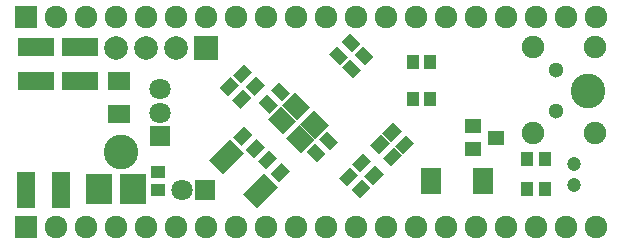
<source format=gbs>
G04 #@! TF.FileFunction,Soldermask,Bot*
%FSLAX46Y46*%
G04 Gerber Fmt 4.6, Leading zero omitted, Abs format (unit mm)*
G04 Created by KiCad (PCBNEW 4.0.7) date 06/12/18 13:46:57*
%MOMM*%
%LPD*%
G01*
G04 APERTURE LIST*
%ADD10C,0.100000*%
%ADD11R,1.000000X1.300000*%
%ADD12C,1.300000*%
%ADD13C,1.900000*%
%ADD14R,1.924000X1.924000*%
%ADD15C,1.924000*%
%ADD16R,2.000000X2.000000*%
%ADD17C,2.000000*%
%ADD18R,1.300000X1.000000*%
%ADD19R,3.100000X1.550000*%
%ADD20R,1.550000X3.100000*%
%ADD21R,1.800000X1.800000*%
%ADD22C,1.800000*%
%ADD23C,1.200000*%
%ADD24R,1.800000X0.700000*%
%ADD25R,1.400000X1.200000*%
%ADD26R,2.200000X2.650000*%
%ADD27R,1.900000X1.600000*%
%ADD28C,2.940000*%
G04 APERTURE END LIST*
D10*
G36*
X18776497Y8834264D02*
X19695736Y9753503D01*
X20402843Y9046396D01*
X19483604Y8127157D01*
X18776497Y8834264D01*
X18776497Y8834264D01*
G37*
G36*
X19837157Y7773604D02*
X20756396Y8692843D01*
X21463503Y7985736D01*
X20544264Y7066497D01*
X19837157Y7773604D01*
X19837157Y7773604D01*
G37*
G36*
X22702764Y13525503D02*
X23622003Y12606264D01*
X22914896Y11899157D01*
X21995657Y12818396D01*
X22702764Y13525503D01*
X22702764Y13525503D01*
G37*
G36*
X21642104Y12464843D02*
X22561343Y11545604D01*
X21854236Y10838497D01*
X20934997Y11757736D01*
X21642104Y12464843D01*
X21642104Y12464843D01*
G37*
D11*
X45190000Y6975000D03*
X43690000Y6975000D03*
D10*
G36*
X25918236Y6710497D02*
X24998997Y7629736D01*
X25706104Y8336843D01*
X26625343Y7417604D01*
X25918236Y6710497D01*
X25918236Y6710497D01*
G37*
G36*
X26978896Y7771157D02*
X26059657Y8690396D01*
X26766764Y9397503D01*
X27686003Y8478264D01*
X26978896Y7771157D01*
X26978896Y7771157D01*
G37*
G36*
X23563503Y5985736D02*
X22644264Y5066497D01*
X21937157Y5773604D01*
X22856396Y6692843D01*
X23563503Y5985736D01*
X23563503Y5985736D01*
G37*
G36*
X22502843Y7046396D02*
X21583604Y6127157D01*
X20876497Y6834264D01*
X21795736Y7753503D01*
X22502843Y7046396D01*
X22502843Y7046396D01*
G37*
D12*
X46132000Y11067000D03*
X46132000Y14567000D03*
D13*
X44132000Y9167000D03*
X44132000Y16467000D03*
X49432000Y9167000D03*
X49432000Y16467000D03*
D14*
X1260000Y1260000D03*
D15*
X3800000Y1260000D03*
X6340000Y1260000D03*
X8880000Y1260000D03*
X11420000Y1260000D03*
X13960000Y1260000D03*
X16500000Y1260000D03*
X19040000Y1260000D03*
X21580000Y1260000D03*
X24120000Y1260000D03*
X26660000Y1260000D03*
X29200000Y1260000D03*
X31740000Y1260000D03*
X34280000Y1260000D03*
X36820000Y1260000D03*
X39360000Y1260000D03*
X41900000Y1260000D03*
X44440000Y1260000D03*
X46980000Y1260000D03*
X49520000Y1260000D03*
D14*
X1260000Y19040000D03*
D15*
X3800000Y19040000D03*
X6340000Y19040000D03*
X8880000Y19040000D03*
X11420000Y19040000D03*
X13960000Y19040000D03*
X16500000Y19040000D03*
X19040000Y19040000D03*
X21580000Y19040000D03*
X24120000Y19040000D03*
X26660000Y19040000D03*
X29200000Y19040000D03*
X31740000Y19040000D03*
X34280000Y19040000D03*
X36820000Y19040000D03*
X39360000Y19040000D03*
X41900000Y19040000D03*
X44440000Y19040000D03*
X46980000Y19040000D03*
X49520000Y19040000D03*
D16*
X16520000Y16360000D03*
D17*
X13980000Y16360000D03*
X11440000Y16360000D03*
X8900000Y16360000D03*
D18*
X12420000Y4410000D03*
X12420000Y5910000D03*
D11*
X45190000Y4435000D03*
X43690000Y4435000D03*
D10*
G36*
X22921171Y11555842D02*
X24048158Y12682829D01*
X25318829Y11412158D01*
X24191842Y10285171D01*
X22921171Y11555842D01*
X22921171Y11555842D01*
G37*
G36*
X24483736Y9993277D02*
X25610723Y11120264D01*
X26881394Y9849593D01*
X25754407Y8722606D01*
X24483736Y9993277D01*
X24483736Y9993277D01*
G37*
G36*
X23280381Y8789923D02*
X24407368Y9916910D01*
X25678039Y8646239D01*
X24551052Y7519252D01*
X23280381Y8789923D01*
X23280381Y8789923D01*
G37*
G36*
X21717817Y10352488D02*
X22844804Y11479475D01*
X24115475Y10208804D01*
X22988488Y9081817D01*
X21717817Y10352488D01*
X21717817Y10352488D01*
G37*
G36*
X16706862Y6877731D02*
X18552269Y8723138D01*
X19733138Y7542269D01*
X17887731Y5696862D01*
X16706862Y6877731D01*
X16706862Y6877731D01*
G37*
G36*
X19580544Y4004049D02*
X21425951Y5849456D01*
X22606820Y4668587D01*
X20761413Y2823180D01*
X19580544Y4004049D01*
X19580544Y4004049D01*
G37*
G36*
X31412497Y9177264D02*
X32331736Y10096503D01*
X33038843Y9389396D01*
X32119604Y8470157D01*
X31412497Y9177264D01*
X31412497Y9177264D01*
G37*
G36*
X32473157Y8116604D02*
X33392396Y9035843D01*
X34099503Y8328736D01*
X33180264Y7409497D01*
X32473157Y8116604D01*
X32473157Y8116604D01*
G37*
G36*
X30396497Y8161264D02*
X31315736Y9080503D01*
X32022843Y8373396D01*
X31103604Y7454157D01*
X30396497Y8161264D01*
X30396497Y8161264D01*
G37*
G36*
X31457157Y7100604D02*
X32376396Y8019843D01*
X33083503Y7312736D01*
X32164264Y6393497D01*
X31457157Y7100604D01*
X31457157Y7100604D01*
G37*
G36*
X27795736Y14966497D02*
X26876497Y15885736D01*
X27583604Y16592843D01*
X28502843Y15673604D01*
X27795736Y14966497D01*
X27795736Y14966497D01*
G37*
G36*
X28856396Y16027157D02*
X27937157Y16946396D01*
X28644264Y17653503D01*
X29563503Y16734264D01*
X28856396Y16027157D01*
X28856396Y16027157D01*
G37*
G36*
X28895736Y13866497D02*
X27976497Y14785736D01*
X28683604Y15492843D01*
X29602843Y14573604D01*
X28895736Y13866497D01*
X28895736Y13866497D01*
G37*
G36*
X29956396Y14927157D02*
X29037157Y15846396D01*
X29744264Y16553503D01*
X30663503Y15634264D01*
X29956396Y14927157D01*
X29956396Y14927157D01*
G37*
G36*
X17626497Y13034264D02*
X18545736Y13953503D01*
X19252843Y13246396D01*
X18333604Y12327157D01*
X17626497Y13034264D01*
X17626497Y13034264D01*
G37*
G36*
X18687157Y11973604D02*
X19606396Y12892843D01*
X20313503Y12185736D01*
X19394264Y11266497D01*
X18687157Y11973604D01*
X18687157Y11973604D01*
G37*
G36*
X18776497Y14134264D02*
X19695736Y15053503D01*
X20402843Y14346396D01*
X19483604Y13427157D01*
X18776497Y14134264D01*
X18776497Y14134264D01*
G37*
G36*
X19837157Y13073604D02*
X20756396Y13992843D01*
X21463503Y13285736D01*
X20544264Y12366497D01*
X19837157Y13073604D01*
X19837157Y13073604D01*
G37*
D19*
X2070000Y13610000D03*
X2070000Y16510000D03*
D20*
X1270000Y4360000D03*
X4170000Y4360000D03*
D11*
X33970000Y12110000D03*
X35470000Y12110000D03*
X35470000Y15210000D03*
X33970000Y15210000D03*
D21*
X16420000Y4410000D03*
D22*
X14420000Y4410000D03*
D21*
X12570000Y8910000D03*
D22*
X12570000Y10910000D03*
X12570000Y12910000D03*
D23*
X47615000Y4805000D03*
X47615000Y6605000D03*
D24*
X39970000Y5910000D03*
X39970000Y5410000D03*
X39970000Y4910000D03*
X39970000Y4410000D03*
X35570000Y4410000D03*
X35570000Y4910000D03*
X35570000Y5410000D03*
X35570000Y5910000D03*
D25*
X41070000Y8810000D03*
X39070000Y7860000D03*
X39070000Y9760000D03*
D10*
G36*
X30413503Y4585736D02*
X29494264Y3666497D01*
X28787157Y4373604D01*
X29706396Y5292843D01*
X30413503Y4585736D01*
X30413503Y4585736D01*
G37*
G36*
X29352843Y5646396D02*
X28433604Y4727157D01*
X27726497Y5434264D01*
X28645736Y6353503D01*
X29352843Y5646396D01*
X29352843Y5646396D01*
G37*
G36*
X31513503Y5735736D02*
X30594264Y4816497D01*
X29887157Y5523604D01*
X30806396Y6442843D01*
X31513503Y5735736D01*
X31513503Y5735736D01*
G37*
G36*
X30452843Y6796396D02*
X29533604Y5877157D01*
X28826497Y6584264D01*
X29745736Y7503503D01*
X30452843Y6796396D01*
X30452843Y6796396D01*
G37*
D26*
X10320000Y4460000D03*
X7420000Y4460000D03*
D27*
X9120000Y10810000D03*
X9120000Y13610000D03*
D19*
X5820000Y16510000D03*
X5820000Y13610000D03*
D28*
X48800000Y12800000D03*
X9300000Y7600000D03*
M02*

</source>
